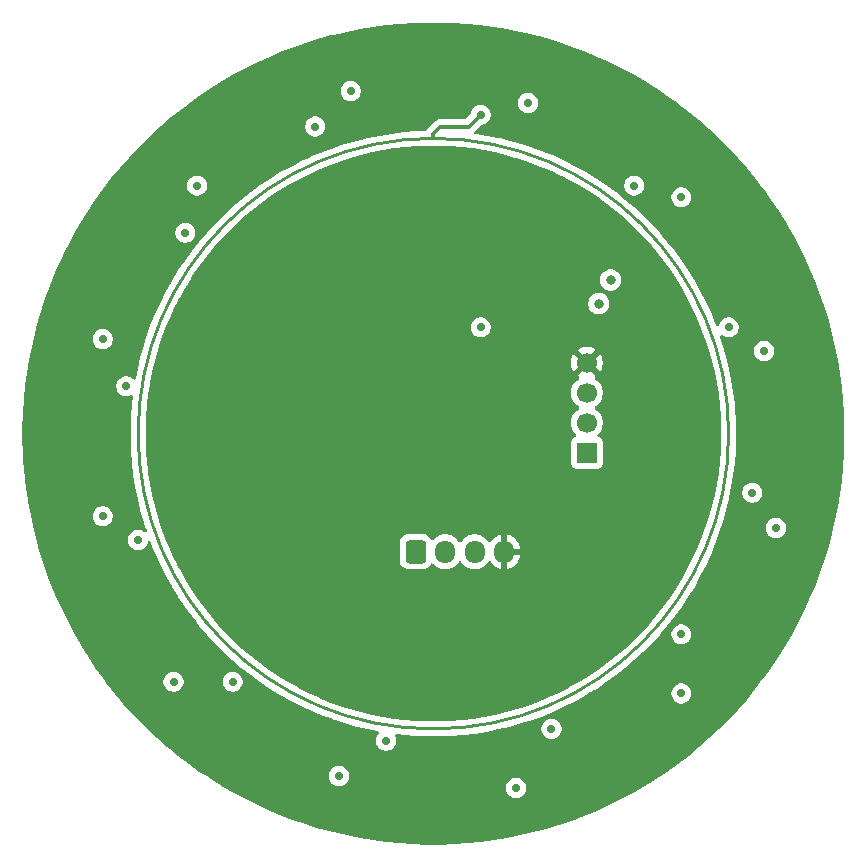
<source format=gbr>
%TF.GenerationSoftware,KiCad,Pcbnew,9.0.6*%
%TF.CreationDate,2026-02-24T16:40:53+01:00*%
%TF.ProjectId,MPC-Status,4d50432d-5374-4617-9475-732e6b696361,rev?*%
%TF.SameCoordinates,Original*%
%TF.FileFunction,Copper,L3,Inr*%
%TF.FilePolarity,Positive*%
%FSLAX46Y46*%
G04 Gerber Fmt 4.6, Leading zero omitted, Abs format (unit mm)*
G04 Created by KiCad (PCBNEW 9.0.6) date 2026-02-24 16:40:53*
%MOMM*%
%LPD*%
G01*
G04 APERTURE LIST*
G04 Aperture macros list*
%AMRoundRect*
0 Rectangle with rounded corners*
0 $1 Rounding radius*
0 $2 $3 $4 $5 $6 $7 $8 $9 X,Y pos of 4 corners*
0 Add a 4 corners polygon primitive as box body*
4,1,4,$2,$3,$4,$5,$6,$7,$8,$9,$2,$3,0*
0 Add four circle primitives for the rounded corners*
1,1,$1+$1,$2,$3*
1,1,$1+$1,$4,$5*
1,1,$1+$1,$6,$7*
1,1,$1+$1,$8,$9*
0 Add four rect primitives between the rounded corners*
20,1,$1+$1,$2,$3,$4,$5,0*
20,1,$1+$1,$4,$5,$6,$7,0*
20,1,$1+$1,$6,$7,$8,$9,0*
20,1,$1+$1,$8,$9,$2,$3,0*%
G04 Aperture macros list end*
%TA.AperFunction,Conductor*%
%ADD10C,0.254000*%
%TD*%
%TA.AperFunction,ComponentPad*%
%ADD11R,1.700000X1.700000*%
%TD*%
%TA.AperFunction,ComponentPad*%
%ADD12C,1.700000*%
%TD*%
%TA.AperFunction,ComponentPad*%
%ADD13RoundRect,0.250000X-0.600000X-0.725000X0.600000X-0.725000X0.600000X0.725000X-0.600000X0.725000X0*%
%TD*%
%TA.AperFunction,ComponentPad*%
%ADD14O,1.700000X1.950000*%
%TD*%
%TA.AperFunction,ViaPad*%
%ADD15C,0.800000*%
%TD*%
%TA.AperFunction,ViaPad*%
%ADD16C,0.700000*%
%TD*%
%TA.AperFunction,Conductor*%
%ADD17C,0.300000*%
%TD*%
G04 APERTURE END LIST*
D10*
%TO.N,GND*%
X175000000Y-105000000D02*
G75*
G02*
X125000000Y-105000000I-25000000J0D01*
G01*
X125000000Y-105000000D02*
G75*
G02*
X175000000Y-105000000I25000000J0D01*
G01*
%TD*%
D11*
%TO.N,GND*%
%TO.C,J1*%
X163000000Y-106620000D03*
D12*
%TO.N,Reset*%
X163000000Y-104080000D03*
%TO.N,Programmierpin*%
X163000000Y-101540000D03*
%TO.N,+5V*%
X163000000Y-99000000D03*
%TD*%
D13*
%TO.N,GND*%
%TO.C,J2*%
X148500000Y-115000000D03*
D14*
%TO.N,I2C_SDA*%
X151000000Y-115000000D03*
%TO.N,I2C_SCL*%
X153500000Y-115000000D03*
%TO.N,+5V*%
X156000000Y-115000000D03*
%TD*%
D15*
%TO.N,+5VD*%
X157000000Y-74000000D03*
X156000000Y-75000000D03*
X158000000Y-73000000D03*
%TO.N,GND*%
X165000000Y-92000000D03*
X164000000Y-94000000D03*
%TO.N,+5V*%
X153000000Y-86000000D03*
X155000000Y-88000000D03*
D16*
X150000000Y-96000000D03*
%TO.N,GND*%
X130000000Y-84000000D03*
X133000000Y-126000000D03*
X160000000Y-130000000D03*
X125000000Y-114000000D03*
X124000000Y-101000000D03*
X140000000Y-79000000D03*
X143000000Y-76000000D03*
X158000000Y-77000000D03*
X142000000Y-134000000D03*
X157000000Y-135000000D03*
X167000000Y-84000000D03*
X154000000Y-78000000D03*
X171000000Y-85000000D03*
X129000000Y-88000000D03*
X122000000Y-97000000D03*
X154000000Y-96000000D03*
X128000000Y-126000000D03*
X179000000Y-113000000D03*
X171000000Y-127000000D03*
X178000000Y-98000000D03*
X175000000Y-96000000D03*
X177000000Y-110000000D03*
X171000000Y-122000000D03*
X146000000Y-131000000D03*
X122000000Y-112000000D03*
%TO.N,+5VD*%
X162000000Y-74000000D03*
X176000000Y-84000000D03*
X119000000Y-92000000D03*
X145000000Y-72000000D03*
X137000000Y-136000000D03*
X123000000Y-125000000D03*
X117000000Y-109000000D03*
X129000000Y-79000000D03*
X154000000Y-138000000D03*
X170000000Y-132000000D03*
X183000000Y-100000000D03*
X181000000Y-118000000D03*
%TD*%
D17*
%TO.N,GND*%
X150000000Y-79600000D02*
X150000000Y-80000000D01*
X150600000Y-79000000D02*
X150000000Y-79600000D01*
X153000000Y-79000000D02*
X150600000Y-79000000D01*
X154000000Y-78000000D02*
X153000000Y-79000000D01*
%TD*%
%TA.AperFunction,Conductor*%
%TO.N,+5VD*%
G36*
X150571396Y-70205224D02*
G01*
X151705528Y-70242352D01*
X151709523Y-70242548D01*
X152841843Y-70316764D01*
X152845881Y-70317095D01*
X153975167Y-70428320D01*
X153979099Y-70428773D01*
X155104146Y-70576888D01*
X155108113Y-70577476D01*
X156227738Y-70762327D01*
X156231680Y-70763045D01*
X157344615Y-70984421D01*
X157348490Y-70985258D01*
X158287811Y-71204276D01*
X158453607Y-71242935D01*
X158457543Y-71243921D01*
X158935911Y-71372099D01*
X159553617Y-71537612D01*
X159557443Y-71538705D01*
X160643383Y-71868122D01*
X160647166Y-71869337D01*
X161721683Y-72234087D01*
X161725492Y-72235450D01*
X162787461Y-72635147D01*
X162791230Y-72636636D01*
X163839591Y-73070880D01*
X163843279Y-73072479D01*
X164069246Y-73174864D01*
X164876858Y-73540789D01*
X164880526Y-73542524D01*
X165898211Y-74044390D01*
X165901820Y-74046244D01*
X166902554Y-74581147D01*
X166906051Y-74583090D01*
X167888778Y-75150468D01*
X167892230Y-75152538D01*
X168383193Y-75457838D01*
X168855826Y-75751740D01*
X168859228Y-75753933D01*
X169735403Y-76339374D01*
X169802716Y-76384351D01*
X169806052Y-76386660D01*
X170728387Y-77047597D01*
X170731646Y-77050014D01*
X171631866Y-77740777D01*
X171635045Y-77743300D01*
X171725842Y-77817815D01*
X172512200Y-78463162D01*
X172515257Y-78465755D01*
X172916704Y-78817815D01*
X173368399Y-79213941D01*
X173371405Y-79216666D01*
X174199573Y-79992330D01*
X174202489Y-79995152D01*
X175004847Y-80797510D01*
X175007669Y-80800426D01*
X175783333Y-81628594D01*
X175786058Y-81631600D01*
X176534228Y-82484724D01*
X176536842Y-82487805D01*
X176896776Y-82926386D01*
X177256699Y-83364954D01*
X177259222Y-83368133D01*
X177949985Y-84268353D01*
X177952402Y-84271612D01*
X178613339Y-85193947D01*
X178615648Y-85197283D01*
X179246060Y-86140762D01*
X179248259Y-86144173D01*
X179847453Y-87107755D01*
X179849539Y-87111235D01*
X179920692Y-87234476D01*
X180347419Y-87973589D01*
X180416895Y-88093924D01*
X180418866Y-88097471D01*
X180953755Y-89098179D01*
X180955609Y-89101788D01*
X181457475Y-90119473D01*
X181459210Y-90123141D01*
X181927512Y-91156703D01*
X181929126Y-91160426D01*
X182363361Y-92208764D01*
X182364852Y-92212538D01*
X182764549Y-93274507D01*
X182765916Y-93278327D01*
X183130645Y-94352783D01*
X183131887Y-94356647D01*
X183461281Y-95442511D01*
X183462395Y-95446413D01*
X183756078Y-96542456D01*
X183757064Y-96546392D01*
X184014731Y-97651464D01*
X184015587Y-97655430D01*
X184236949Y-98768294D01*
X184237676Y-98772286D01*
X184422519Y-99891863D01*
X184423114Y-99895877D01*
X184571220Y-101020851D01*
X184571684Y-101024882D01*
X184682903Y-102154115D01*
X184683235Y-102158159D01*
X184757449Y-103290447D01*
X184757648Y-103294500D01*
X184794776Y-104428603D01*
X184794842Y-104432660D01*
X184794842Y-105567339D01*
X184794776Y-105571396D01*
X184757648Y-106705499D01*
X184757449Y-106709552D01*
X184683235Y-107841840D01*
X184682903Y-107845884D01*
X184571684Y-108975117D01*
X184571220Y-108979148D01*
X184423114Y-110104122D01*
X184422519Y-110108136D01*
X184237676Y-111227713D01*
X184236949Y-111231705D01*
X184015587Y-112344569D01*
X184014731Y-112348535D01*
X183757064Y-113453607D01*
X183756078Y-113457543D01*
X183462395Y-114553586D01*
X183461281Y-114557488D01*
X183131887Y-115643352D01*
X183130645Y-115647216D01*
X182765916Y-116721672D01*
X182764549Y-116725492D01*
X182364852Y-117787461D01*
X182363361Y-117791235D01*
X181929126Y-118839573D01*
X181927512Y-118843296D01*
X181459210Y-119876858D01*
X181457475Y-119880526D01*
X180955609Y-120898211D01*
X180953755Y-120901820D01*
X180418866Y-121902528D01*
X180416895Y-121906075D01*
X179849539Y-122888764D01*
X179847453Y-122892244D01*
X179248259Y-123855826D01*
X179246060Y-123859237D01*
X178615648Y-124802716D01*
X178613339Y-124806052D01*
X177952402Y-125728387D01*
X177949985Y-125731646D01*
X177259222Y-126631866D01*
X177256699Y-126635045D01*
X176536853Y-127512181D01*
X176534228Y-127515275D01*
X175786058Y-128368399D01*
X175783333Y-128371405D01*
X175007669Y-129199573D01*
X175004847Y-129202489D01*
X174202489Y-130004847D01*
X174199573Y-130007669D01*
X173371405Y-130783333D01*
X173368399Y-130786058D01*
X172515275Y-131534228D01*
X172512181Y-131536853D01*
X171635045Y-132256699D01*
X171631866Y-132259222D01*
X170731646Y-132949985D01*
X170728387Y-132952402D01*
X169806052Y-133613339D01*
X169802716Y-133615648D01*
X168859237Y-134246060D01*
X168855826Y-134248259D01*
X167892244Y-134847453D01*
X167888764Y-134849539D01*
X166906075Y-135416895D01*
X166902528Y-135418866D01*
X165901820Y-135953755D01*
X165898211Y-135955609D01*
X164880526Y-136457475D01*
X164876858Y-136459210D01*
X163843296Y-136927512D01*
X163839573Y-136929126D01*
X162791235Y-137363361D01*
X162787461Y-137364852D01*
X161725492Y-137764549D01*
X161721672Y-137765916D01*
X160647216Y-138130645D01*
X160643352Y-138131887D01*
X159557488Y-138461281D01*
X159553586Y-138462395D01*
X158457543Y-138756078D01*
X158453607Y-138757064D01*
X157348535Y-139014731D01*
X157344569Y-139015587D01*
X156231705Y-139236949D01*
X156227713Y-139237676D01*
X155108136Y-139422519D01*
X155104122Y-139423114D01*
X153979148Y-139571220D01*
X153975117Y-139571684D01*
X152845884Y-139682903D01*
X152841840Y-139683235D01*
X151709552Y-139757449D01*
X151705499Y-139757648D01*
X150571396Y-139794776D01*
X150567339Y-139794842D01*
X149432661Y-139794842D01*
X149428604Y-139794776D01*
X148294500Y-139757648D01*
X148290447Y-139757449D01*
X147158159Y-139683235D01*
X147154115Y-139682903D01*
X146024882Y-139571684D01*
X146020851Y-139571220D01*
X144895877Y-139423114D01*
X144891863Y-139422519D01*
X143772286Y-139237676D01*
X143768294Y-139236949D01*
X142655430Y-139015587D01*
X142651464Y-139014731D01*
X141546392Y-138757064D01*
X141542456Y-138756078D01*
X140446413Y-138462395D01*
X140442511Y-138461281D01*
X139356647Y-138131887D01*
X139352796Y-138130649D01*
X138980562Y-138004292D01*
X138278327Y-137765916D01*
X138274507Y-137764549D01*
X137212538Y-137364852D01*
X137208764Y-137363361D01*
X136160426Y-136929126D01*
X136156703Y-136927512D01*
X135123141Y-136459210D01*
X135119473Y-136457475D01*
X134101788Y-135955609D01*
X134098179Y-135953755D01*
X133097471Y-135418866D01*
X133093924Y-135416895D01*
X132226744Y-134916228D01*
X156149500Y-134916228D01*
X156149500Y-135083771D01*
X156182182Y-135248074D01*
X156182184Y-135248082D01*
X156246295Y-135402860D01*
X156339373Y-135542162D01*
X156457837Y-135660626D01*
X156550494Y-135722537D01*
X156597137Y-135753703D01*
X156751918Y-135817816D01*
X156916228Y-135850499D01*
X156916232Y-135850500D01*
X156916233Y-135850500D01*
X157083768Y-135850500D01*
X157083769Y-135850499D01*
X157248082Y-135817816D01*
X157402863Y-135753703D01*
X157542162Y-135660626D01*
X157660626Y-135542162D01*
X157753703Y-135402863D01*
X157817816Y-135248082D01*
X157850500Y-135083767D01*
X157850500Y-134916233D01*
X157817816Y-134751918D01*
X157753703Y-134597137D01*
X157716970Y-134542162D01*
X157660626Y-134457837D01*
X157542162Y-134339373D01*
X157402860Y-134246295D01*
X157248082Y-134182184D01*
X157248074Y-134182182D01*
X157083771Y-134149500D01*
X157083767Y-134149500D01*
X156916233Y-134149500D01*
X156916228Y-134149500D01*
X156751925Y-134182182D01*
X156751917Y-134182184D01*
X156597139Y-134246295D01*
X156457837Y-134339373D01*
X156339373Y-134457837D01*
X156246295Y-134597139D01*
X156182184Y-134751917D01*
X156182182Y-134751925D01*
X156149500Y-134916228D01*
X132226744Y-134916228D01*
X132111235Y-134849539D01*
X132107755Y-134847453D01*
X131144173Y-134248259D01*
X131140762Y-134246060D01*
X130792326Y-134013243D01*
X130647133Y-133916228D01*
X141149500Y-133916228D01*
X141149500Y-134083771D01*
X141182182Y-134248074D01*
X141182184Y-134248082D01*
X141246295Y-134402860D01*
X141339373Y-134542162D01*
X141457837Y-134660626D01*
X141550494Y-134722537D01*
X141597137Y-134753703D01*
X141751918Y-134817816D01*
X141900915Y-134847453D01*
X141916228Y-134850499D01*
X141916232Y-134850500D01*
X141916233Y-134850500D01*
X142083768Y-134850500D01*
X142083769Y-134850499D01*
X142248082Y-134817816D01*
X142402863Y-134753703D01*
X142542162Y-134660626D01*
X142660626Y-134542162D01*
X142753703Y-134402863D01*
X142817816Y-134248082D01*
X142850500Y-134083767D01*
X142850500Y-133916233D01*
X142817816Y-133751918D01*
X142753703Y-133597137D01*
X142722537Y-133550494D01*
X142660626Y-133457837D01*
X142542162Y-133339373D01*
X142402860Y-133246295D01*
X142248082Y-133182184D01*
X142248074Y-133182182D01*
X142083771Y-133149500D01*
X142083767Y-133149500D01*
X141916233Y-133149500D01*
X141916228Y-133149500D01*
X141751925Y-133182182D01*
X141751917Y-133182184D01*
X141597139Y-133246295D01*
X141457837Y-133339373D01*
X141339373Y-133457837D01*
X141246295Y-133597139D01*
X141182184Y-133751917D01*
X141182182Y-133751925D01*
X141149500Y-133916228D01*
X130647133Y-133916228D01*
X130197283Y-133615648D01*
X130193947Y-133613339D01*
X129271612Y-132952402D01*
X129268353Y-132949985D01*
X128368133Y-132259222D01*
X128364954Y-132256699D01*
X127926386Y-131896776D01*
X127487805Y-131536842D01*
X127484724Y-131534228D01*
X126631600Y-130786058D01*
X126628594Y-130783333D01*
X125800426Y-130007669D01*
X125797510Y-130004847D01*
X124995152Y-129202489D01*
X124992330Y-129199573D01*
X124216666Y-128371405D01*
X124213941Y-128368399D01*
X123759755Y-127850499D01*
X123465755Y-127515257D01*
X123463162Y-127512200D01*
X122743300Y-126635045D01*
X122740777Y-126631866D01*
X122320209Y-126083771D01*
X122191649Y-125916228D01*
X127149500Y-125916228D01*
X127149500Y-126083771D01*
X127182182Y-126248074D01*
X127182184Y-126248082D01*
X127246295Y-126402860D01*
X127339373Y-126542162D01*
X127457837Y-126660626D01*
X127550494Y-126722537D01*
X127597137Y-126753703D01*
X127751918Y-126817816D01*
X127916228Y-126850499D01*
X127916232Y-126850500D01*
X127916233Y-126850500D01*
X128083768Y-126850500D01*
X128083769Y-126850499D01*
X128248082Y-126817816D01*
X128402863Y-126753703D01*
X128542162Y-126660626D01*
X128660626Y-126542162D01*
X128753703Y-126402863D01*
X128817816Y-126248082D01*
X128850500Y-126083767D01*
X128850500Y-125916233D01*
X128850499Y-125916228D01*
X132149500Y-125916228D01*
X132149500Y-126083771D01*
X132182182Y-126248074D01*
X132182184Y-126248082D01*
X132246295Y-126402860D01*
X132339373Y-126542162D01*
X132457837Y-126660626D01*
X132550494Y-126722537D01*
X132597137Y-126753703D01*
X132751918Y-126817816D01*
X132916228Y-126850499D01*
X132916232Y-126850500D01*
X132916233Y-126850500D01*
X133083768Y-126850500D01*
X133083769Y-126850499D01*
X133248082Y-126817816D01*
X133402863Y-126753703D01*
X133542162Y-126660626D01*
X133660626Y-126542162D01*
X133753703Y-126402863D01*
X133817816Y-126248082D01*
X133850500Y-126083767D01*
X133850500Y-125916233D01*
X133817816Y-125751918D01*
X133753703Y-125597137D01*
X133722537Y-125550494D01*
X133660626Y-125457837D01*
X133542162Y-125339373D01*
X133402860Y-125246295D01*
X133248082Y-125182184D01*
X133248074Y-125182182D01*
X133083771Y-125149500D01*
X133083767Y-125149500D01*
X132916233Y-125149500D01*
X132916228Y-125149500D01*
X132751925Y-125182182D01*
X132751917Y-125182184D01*
X132597139Y-125246295D01*
X132457837Y-125339373D01*
X132339373Y-125457837D01*
X132246295Y-125597139D01*
X132182184Y-125751917D01*
X132182182Y-125751925D01*
X132149500Y-125916228D01*
X128850499Y-125916228D01*
X128817816Y-125751918D01*
X128753703Y-125597137D01*
X128722537Y-125550494D01*
X128660626Y-125457837D01*
X128542162Y-125339373D01*
X128402860Y-125246295D01*
X128248082Y-125182184D01*
X128248074Y-125182182D01*
X128083771Y-125149500D01*
X128083767Y-125149500D01*
X127916233Y-125149500D01*
X127916228Y-125149500D01*
X127751925Y-125182182D01*
X127751917Y-125182184D01*
X127597139Y-125246295D01*
X127457837Y-125339373D01*
X127339373Y-125457837D01*
X127246295Y-125597139D01*
X127182184Y-125751917D01*
X127182182Y-125751925D01*
X127149500Y-125916228D01*
X122191649Y-125916228D01*
X122111310Y-125811529D01*
X122050014Y-125731646D01*
X122047597Y-125728387D01*
X121386660Y-124806052D01*
X121384351Y-124802716D01*
X120753939Y-123859237D01*
X120751740Y-123855826D01*
X120516318Y-123477237D01*
X120152538Y-122892230D01*
X120150460Y-122888764D01*
X119583090Y-121906051D01*
X119581147Y-121902554D01*
X119046244Y-120901820D01*
X119044390Y-120898211D01*
X118542524Y-119880526D01*
X118540789Y-119876858D01*
X118072487Y-118843296D01*
X118070873Y-118839573D01*
X117636638Y-117791235D01*
X117635147Y-117787461D01*
X117235450Y-116725492D01*
X117234083Y-116721672D01*
X116869337Y-115647166D01*
X116868122Y-115643383D01*
X116538705Y-114557443D01*
X116537612Y-114553617D01*
X116340456Y-113817817D01*
X116243921Y-113457543D01*
X116242935Y-113453607D01*
X116179648Y-113182184D01*
X115985258Y-112348490D01*
X115984421Y-112344615D01*
X115899210Y-111916228D01*
X121149500Y-111916228D01*
X121149500Y-112083771D01*
X121182182Y-112248074D01*
X121182184Y-112248082D01*
X121246295Y-112402860D01*
X121339373Y-112542162D01*
X121457837Y-112660626D01*
X121550494Y-112722537D01*
X121597137Y-112753703D01*
X121751918Y-112817816D01*
X121916228Y-112850499D01*
X121916232Y-112850500D01*
X121916233Y-112850500D01*
X122083768Y-112850500D01*
X122083769Y-112850499D01*
X122248082Y-112817816D01*
X122402863Y-112753703D01*
X122542162Y-112660626D01*
X122660626Y-112542162D01*
X122753703Y-112402863D01*
X122817816Y-112248082D01*
X122850500Y-112083767D01*
X122850500Y-111916233D01*
X122817816Y-111751918D01*
X122753703Y-111597137D01*
X122722537Y-111550494D01*
X122660626Y-111457837D01*
X122542162Y-111339373D01*
X122402860Y-111246295D01*
X122248082Y-111182184D01*
X122248074Y-111182182D01*
X122083771Y-111149500D01*
X122083767Y-111149500D01*
X121916233Y-111149500D01*
X121916228Y-111149500D01*
X121751925Y-111182182D01*
X121751917Y-111182184D01*
X121597139Y-111246295D01*
X121457837Y-111339373D01*
X121339373Y-111457837D01*
X121246295Y-111597139D01*
X121182184Y-111751917D01*
X121182182Y-111751925D01*
X121149500Y-111916228D01*
X115899210Y-111916228D01*
X115763045Y-111231680D01*
X115762323Y-111227713D01*
X115754806Y-111182184D01*
X115577476Y-110108113D01*
X115576885Y-110104122D01*
X115574206Y-110083771D01*
X115428773Y-108979099D01*
X115428320Y-108975167D01*
X115317095Y-107845881D01*
X115316764Y-107841840D01*
X115295173Y-107512419D01*
X115242548Y-106709523D01*
X115242351Y-106705499D01*
X115235918Y-106509002D01*
X115205224Y-105571396D01*
X115205158Y-105567339D01*
X115205158Y-104432660D01*
X115205224Y-104428603D01*
X115235918Y-103491015D01*
X115242352Y-103294468D01*
X115242548Y-103290479D01*
X115316764Y-102158151D01*
X115317096Y-102154115D01*
X115343347Y-101887584D01*
X115428321Y-101024825D01*
X115428772Y-101020907D01*
X115442553Y-100916228D01*
X123149500Y-100916228D01*
X123149500Y-101083771D01*
X123182182Y-101248074D01*
X123182184Y-101248082D01*
X123246295Y-101402860D01*
X123339373Y-101542162D01*
X123457837Y-101660626D01*
X123550494Y-101722537D01*
X123597137Y-101753703D01*
X123751918Y-101817816D01*
X123875220Y-101842342D01*
X123916228Y-101850499D01*
X123916232Y-101850500D01*
X123916233Y-101850500D01*
X124083768Y-101850500D01*
X124083769Y-101850499D01*
X124248082Y-101817816D01*
X124391408Y-101758447D01*
X124460875Y-101750979D01*
X124523354Y-101782254D01*
X124559007Y-101842342D01*
X124562000Y-101887584D01*
X124490985Y-102487588D01*
X124412014Y-103491015D01*
X124372500Y-104496730D01*
X124372500Y-105503269D01*
X124412014Y-106508984D01*
X124490987Y-107512436D01*
X124609289Y-108511958D01*
X124766744Y-109506090D01*
X124963103Y-110493254D01*
X125198075Y-111471984D01*
X125328471Y-111934332D01*
X125471283Y-112440705D01*
X125625792Y-112916233D01*
X125714096Y-113188005D01*
X125716091Y-113257846D01*
X125680011Y-113317679D01*
X125617310Y-113348507D01*
X125547896Y-113340542D01*
X125527275Y-113329426D01*
X125420147Y-113257846D01*
X125402863Y-113246297D01*
X125402860Y-113246295D01*
X125402859Y-113246295D01*
X125248082Y-113182184D01*
X125248074Y-113182182D01*
X125083771Y-113149500D01*
X125083767Y-113149500D01*
X124916233Y-113149500D01*
X124916228Y-113149500D01*
X124751925Y-113182182D01*
X124751917Y-113182184D01*
X124597139Y-113246295D01*
X124457837Y-113339373D01*
X124339373Y-113457837D01*
X124246295Y-113597139D01*
X124182184Y-113751917D01*
X124182182Y-113751925D01*
X124149500Y-113916228D01*
X124149500Y-114083771D01*
X124182182Y-114248074D01*
X124182184Y-114248082D01*
X124246295Y-114402860D01*
X124339373Y-114542162D01*
X124457837Y-114660626D01*
X124550494Y-114722537D01*
X124597137Y-114753703D01*
X124751918Y-114817816D01*
X124916228Y-114850499D01*
X124916232Y-114850500D01*
X124916233Y-114850500D01*
X125083768Y-114850500D01*
X125083769Y-114850499D01*
X125248082Y-114817816D01*
X125402863Y-114753703D01*
X125542162Y-114660626D01*
X125660626Y-114542162D01*
X125753703Y-114402863D01*
X125817816Y-114248082D01*
X125829468Y-114189501D01*
X125861852Y-114127593D01*
X125922567Y-114093018D01*
X125992337Y-114096757D01*
X126049009Y-114137623D01*
X126067421Y-114170776D01*
X126130688Y-114342269D01*
X126301109Y-114753703D01*
X126515866Y-115272171D01*
X126937255Y-116186234D01*
X127394205Y-117083049D01*
X127873268Y-117938477D01*
X127886020Y-117961247D01*
X128359584Y-118734033D01*
X128411916Y-118819431D01*
X128971108Y-119656321D01*
X129562725Y-120470612D01*
X129899817Y-120898211D01*
X130185854Y-121261047D01*
X130839540Y-122026415D01*
X131316292Y-122542162D01*
X131511839Y-122753704D01*
X131522765Y-122765523D01*
X132234476Y-123477234D01*
X132973584Y-124160459D01*
X132973589Y-124160463D01*
X133738952Y-124814145D01*
X134529388Y-125437275D01*
X135343679Y-126028892D01*
X136180569Y-126588084D01*
X137038767Y-127113988D01*
X137916951Y-127605795D01*
X138813766Y-128062745D01*
X139727829Y-128484134D01*
X140657731Y-128869312D01*
X141324890Y-129115439D01*
X141602041Y-129217686D01*
X141690091Y-129246295D01*
X142559295Y-129528717D01*
X143528025Y-129801927D01*
X144506733Y-130036894D01*
X145324805Y-130199618D01*
X145386715Y-130232003D01*
X145421289Y-130292718D01*
X145417550Y-130362488D01*
X145388295Y-130408915D01*
X145339373Y-130457837D01*
X145246295Y-130597139D01*
X145182184Y-130751917D01*
X145182182Y-130751925D01*
X145149500Y-130916228D01*
X145149500Y-131083771D01*
X145182182Y-131248074D01*
X145182184Y-131248082D01*
X145246295Y-131402860D01*
X145339373Y-131542162D01*
X145457837Y-131660626D01*
X145550494Y-131722537D01*
X145597137Y-131753703D01*
X145751918Y-131817816D01*
X145888246Y-131844933D01*
X145916228Y-131850499D01*
X145916232Y-131850500D01*
X145916233Y-131850500D01*
X146083768Y-131850500D01*
X146083769Y-131850499D01*
X146248082Y-131817816D01*
X146402863Y-131753703D01*
X146542162Y-131660626D01*
X146660626Y-131542162D01*
X146753703Y-131402863D01*
X146817816Y-131248082D01*
X146850500Y-131083767D01*
X146850500Y-130916233D01*
X146817816Y-130751918D01*
X146758448Y-130608592D01*
X146750979Y-130539123D01*
X146782254Y-130476643D01*
X146842343Y-130440991D01*
X146887583Y-130437999D01*
X147055201Y-130457838D01*
X147487563Y-130509012D01*
X147487566Y-130509012D01*
X147487581Y-130509014D01*
X148490998Y-130587984D01*
X148491006Y-130587984D01*
X148491015Y-130587985D01*
X149496731Y-130627500D01*
X149496741Y-130627500D01*
X150503269Y-130627500D01*
X151508984Y-130587985D01*
X151508991Y-130587984D01*
X151509002Y-130587984D01*
X152512419Y-130509014D01*
X153511961Y-130390710D01*
X154506088Y-130233256D01*
X155493267Y-130036894D01*
X155995877Y-129916228D01*
X159149500Y-129916228D01*
X159149500Y-130083771D01*
X159182182Y-130248074D01*
X159182184Y-130248082D01*
X159246295Y-130402860D01*
X159339373Y-130542162D01*
X159457837Y-130660626D01*
X159550494Y-130722537D01*
X159597137Y-130753703D01*
X159751918Y-130817816D01*
X159916228Y-130850499D01*
X159916232Y-130850500D01*
X159916233Y-130850500D01*
X160083768Y-130850500D01*
X160083769Y-130850499D01*
X160248082Y-130817816D01*
X160402863Y-130753703D01*
X160542162Y-130660626D01*
X160660626Y-130542162D01*
X160753703Y-130402863D01*
X160817816Y-130248082D01*
X160850500Y-130083767D01*
X160850500Y-129916233D01*
X160817816Y-129751918D01*
X160753703Y-129597137D01*
X160707986Y-129528717D01*
X160660626Y-129457837D01*
X160542162Y-129339373D01*
X160402860Y-129246295D01*
X160248082Y-129182184D01*
X160248074Y-129182182D01*
X160083771Y-129149500D01*
X160083767Y-129149500D01*
X159916233Y-129149500D01*
X159916228Y-129149500D01*
X159751925Y-129182182D01*
X159751917Y-129182184D01*
X159597139Y-129246295D01*
X159457837Y-129339373D01*
X159339373Y-129457837D01*
X159246295Y-129597139D01*
X159182184Y-129751917D01*
X159182182Y-129751925D01*
X159149500Y-129916228D01*
X155995877Y-129916228D01*
X156471975Y-129801927D01*
X157440705Y-129528717D01*
X158397961Y-129217685D01*
X159342269Y-128869312D01*
X160272171Y-128484134D01*
X161186234Y-128062745D01*
X162083049Y-127605795D01*
X162961233Y-127113988D01*
X163283948Y-126916228D01*
X170149500Y-126916228D01*
X170149500Y-127083771D01*
X170182182Y-127248074D01*
X170182184Y-127248082D01*
X170246295Y-127402860D01*
X170339373Y-127542162D01*
X170457837Y-127660626D01*
X170550494Y-127722537D01*
X170597137Y-127753703D01*
X170751918Y-127817816D01*
X170916228Y-127850499D01*
X170916232Y-127850500D01*
X170916233Y-127850500D01*
X171083768Y-127850500D01*
X171083769Y-127850499D01*
X171248082Y-127817816D01*
X171402863Y-127753703D01*
X171542162Y-127660626D01*
X171660626Y-127542162D01*
X171753703Y-127402863D01*
X171817816Y-127248082D01*
X171850500Y-127083767D01*
X171850500Y-126916233D01*
X171817816Y-126751918D01*
X171753703Y-126597137D01*
X171716970Y-126542162D01*
X171660626Y-126457837D01*
X171542162Y-126339373D01*
X171402860Y-126246295D01*
X171248082Y-126182184D01*
X171248074Y-126182182D01*
X171083771Y-126149500D01*
X171083767Y-126149500D01*
X170916233Y-126149500D01*
X170916228Y-126149500D01*
X170751925Y-126182182D01*
X170751917Y-126182184D01*
X170597139Y-126246295D01*
X170457837Y-126339373D01*
X170339373Y-126457837D01*
X170246295Y-126597139D01*
X170182184Y-126751917D01*
X170182182Y-126751925D01*
X170149500Y-126916228D01*
X163283948Y-126916228D01*
X163391207Y-126850500D01*
X163466413Y-126804414D01*
X163573021Y-126739083D01*
X163819431Y-126588084D01*
X164656321Y-126028892D01*
X165470612Y-125437275D01*
X166261048Y-124814145D01*
X167026411Y-124160463D01*
X167765521Y-123477237D01*
X168477237Y-122765521D01*
X169160463Y-122026411D01*
X169254568Y-121916228D01*
X170149500Y-121916228D01*
X170149500Y-122083771D01*
X170182182Y-122248074D01*
X170182184Y-122248082D01*
X170246295Y-122402860D01*
X170339373Y-122542162D01*
X170457837Y-122660626D01*
X170550494Y-122722537D01*
X170597137Y-122753703D01*
X170751918Y-122817816D01*
X170916228Y-122850499D01*
X170916232Y-122850500D01*
X170916233Y-122850500D01*
X171083768Y-122850500D01*
X171083769Y-122850499D01*
X171248082Y-122817816D01*
X171402863Y-122753703D01*
X171542162Y-122660626D01*
X171660626Y-122542162D01*
X171753703Y-122402863D01*
X171817816Y-122248082D01*
X171850500Y-122083767D01*
X171850500Y-121916233D01*
X171817816Y-121751918D01*
X171753703Y-121597137D01*
X171722537Y-121550494D01*
X171660626Y-121457837D01*
X171542162Y-121339373D01*
X171402860Y-121246295D01*
X171248082Y-121182184D01*
X171248074Y-121182182D01*
X171083771Y-121149500D01*
X171083767Y-121149500D01*
X170916233Y-121149500D01*
X170916228Y-121149500D01*
X170751925Y-121182182D01*
X170751917Y-121182184D01*
X170597139Y-121246295D01*
X170457837Y-121339373D01*
X170339373Y-121457837D01*
X170246295Y-121597139D01*
X170182184Y-121751917D01*
X170182182Y-121751925D01*
X170149500Y-121916228D01*
X169254568Y-121916228D01*
X169814145Y-121261048D01*
X170437275Y-120470612D01*
X171028892Y-119656321D01*
X171588084Y-118819431D01*
X172113988Y-117961233D01*
X172605795Y-117083049D01*
X173062745Y-116186234D01*
X173484134Y-115272171D01*
X173869312Y-114342269D01*
X174217685Y-113397961D01*
X174374210Y-112916228D01*
X178149500Y-112916228D01*
X178149500Y-113083771D01*
X178182182Y-113248074D01*
X178182184Y-113248082D01*
X178246295Y-113402860D01*
X178339373Y-113542162D01*
X178457837Y-113660626D01*
X178550494Y-113722537D01*
X178597137Y-113753703D01*
X178751918Y-113817816D01*
X178916228Y-113850499D01*
X178916232Y-113850500D01*
X178916233Y-113850500D01*
X179083768Y-113850500D01*
X179083769Y-113850499D01*
X179248082Y-113817816D01*
X179402863Y-113753703D01*
X179542162Y-113660626D01*
X179660626Y-113542162D01*
X179753703Y-113402863D01*
X179817816Y-113248082D01*
X179850500Y-113083767D01*
X179850500Y-112916233D01*
X179817816Y-112751918D01*
X179753703Y-112597137D01*
X179716970Y-112542162D01*
X179660626Y-112457837D01*
X179542162Y-112339373D01*
X179402860Y-112246295D01*
X179248082Y-112182184D01*
X179248074Y-112182182D01*
X179083771Y-112149500D01*
X179083767Y-112149500D01*
X178916233Y-112149500D01*
X178916228Y-112149500D01*
X178751925Y-112182182D01*
X178751917Y-112182184D01*
X178597139Y-112246295D01*
X178457837Y-112339373D01*
X178339373Y-112457837D01*
X178246295Y-112597139D01*
X178182184Y-112751917D01*
X178182182Y-112751925D01*
X178149500Y-112916228D01*
X174374210Y-112916228D01*
X174528717Y-112440705D01*
X174801927Y-111471975D01*
X175036894Y-110493267D01*
X175151674Y-109916228D01*
X176149500Y-109916228D01*
X176149500Y-110083771D01*
X176182182Y-110248074D01*
X176182184Y-110248082D01*
X176246295Y-110402860D01*
X176339373Y-110542162D01*
X176457837Y-110660626D01*
X176550494Y-110722537D01*
X176597137Y-110753703D01*
X176751918Y-110817816D01*
X176916228Y-110850499D01*
X176916232Y-110850500D01*
X176916233Y-110850500D01*
X177083768Y-110850500D01*
X177083769Y-110850499D01*
X177248082Y-110817816D01*
X177402863Y-110753703D01*
X177542162Y-110660626D01*
X177660626Y-110542162D01*
X177753703Y-110402863D01*
X177817816Y-110248082D01*
X177850500Y-110083767D01*
X177850500Y-109916233D01*
X177817816Y-109751918D01*
X177753703Y-109597137D01*
X177692866Y-109506088D01*
X177660626Y-109457837D01*
X177542162Y-109339373D01*
X177402860Y-109246295D01*
X177248082Y-109182184D01*
X177248074Y-109182182D01*
X177083771Y-109149500D01*
X177083767Y-109149500D01*
X176916233Y-109149500D01*
X176916228Y-109149500D01*
X176751925Y-109182182D01*
X176751917Y-109182184D01*
X176597139Y-109246295D01*
X176457837Y-109339373D01*
X176339373Y-109457837D01*
X176246295Y-109597139D01*
X176182184Y-109751917D01*
X176182182Y-109751925D01*
X176149500Y-109916228D01*
X175151674Y-109916228D01*
X175233256Y-109506088D01*
X175390710Y-108511961D01*
X175509014Y-107512419D01*
X175587984Y-106509002D01*
X175587985Y-106508984D01*
X175627500Y-105503269D01*
X175627500Y-104496730D01*
X175587985Y-103491015D01*
X175572519Y-103294500D01*
X175509014Y-102487581D01*
X175390710Y-101488039D01*
X175233256Y-100493912D01*
X175036894Y-99506733D01*
X174801927Y-98528025D01*
X174629382Y-97916228D01*
X177149500Y-97916228D01*
X177149500Y-98083771D01*
X177182182Y-98248074D01*
X177182184Y-98248082D01*
X177246295Y-98402860D01*
X177339373Y-98542162D01*
X177457837Y-98660626D01*
X177550494Y-98722537D01*
X177597137Y-98753703D01*
X177751918Y-98817816D01*
X177916228Y-98850499D01*
X177916232Y-98850500D01*
X177916233Y-98850500D01*
X178083768Y-98850500D01*
X178083769Y-98850499D01*
X178248082Y-98817816D01*
X178402863Y-98753703D01*
X178542162Y-98660626D01*
X178660626Y-98542162D01*
X178753703Y-98402863D01*
X178817816Y-98248082D01*
X178850500Y-98083767D01*
X178850500Y-97916233D01*
X178817816Y-97751918D01*
X178753703Y-97597137D01*
X178716970Y-97542162D01*
X178660626Y-97457837D01*
X178542162Y-97339373D01*
X178402860Y-97246295D01*
X178248082Y-97182184D01*
X178248074Y-97182182D01*
X178083771Y-97149500D01*
X178083767Y-97149500D01*
X177916233Y-97149500D01*
X177916228Y-97149500D01*
X177751925Y-97182182D01*
X177751917Y-97182184D01*
X177597139Y-97246295D01*
X177457837Y-97339373D01*
X177339373Y-97457837D01*
X177246295Y-97597139D01*
X177182184Y-97751917D01*
X177182182Y-97751925D01*
X177149500Y-97916228D01*
X174629382Y-97916228D01*
X174528717Y-97559295D01*
X174285902Y-96811991D01*
X174283908Y-96742153D01*
X174319988Y-96682320D01*
X174382689Y-96651492D01*
X174452103Y-96659457D01*
X174472724Y-96670573D01*
X174490305Y-96682320D01*
X174597137Y-96753703D01*
X174751918Y-96817816D01*
X174916228Y-96850499D01*
X174916232Y-96850500D01*
X174916233Y-96850500D01*
X175083768Y-96850500D01*
X175083769Y-96850499D01*
X175248082Y-96817816D01*
X175402863Y-96753703D01*
X175542162Y-96660626D01*
X175660626Y-96542162D01*
X175753703Y-96402863D01*
X175817816Y-96248082D01*
X175850500Y-96083767D01*
X175850500Y-95916233D01*
X175817816Y-95751918D01*
X175753703Y-95597137D01*
X175722537Y-95550494D01*
X175660626Y-95457837D01*
X175542162Y-95339373D01*
X175402860Y-95246295D01*
X175248082Y-95182184D01*
X175248074Y-95182182D01*
X175083771Y-95149500D01*
X175083767Y-95149500D01*
X174916233Y-95149500D01*
X174916228Y-95149500D01*
X174751925Y-95182182D01*
X174751917Y-95182184D01*
X174597139Y-95246295D01*
X174457837Y-95339373D01*
X174339373Y-95457837D01*
X174246295Y-95597139D01*
X174182184Y-95751917D01*
X174182182Y-95751923D01*
X174170531Y-95810497D01*
X174138146Y-95872408D01*
X174077429Y-95906982D01*
X174007660Y-95903241D01*
X173950988Y-95862375D01*
X173932579Y-95829226D01*
X173869312Y-95657731D01*
X173484134Y-94727829D01*
X173062745Y-93813766D01*
X172605795Y-92916951D01*
X172113988Y-92038767D01*
X171588084Y-91180569D01*
X171028892Y-90343679D01*
X170437275Y-89529388D01*
X169814145Y-88738952D01*
X169394902Y-88248082D01*
X169160459Y-87973584D01*
X168488161Y-87246297D01*
X168477237Y-87234479D01*
X167765521Y-86522763D01*
X167633842Y-86401040D01*
X167026415Y-85839540D01*
X166261047Y-85185854D01*
X165919028Y-84916228D01*
X170149500Y-84916228D01*
X170149500Y-85083771D01*
X170182182Y-85248074D01*
X170182184Y-85248082D01*
X170246295Y-85402860D01*
X170339373Y-85542162D01*
X170457837Y-85660626D01*
X170550494Y-85722537D01*
X170597137Y-85753703D01*
X170751918Y-85817816D01*
X170916228Y-85850499D01*
X170916232Y-85850500D01*
X170916233Y-85850500D01*
X171083768Y-85850500D01*
X171083769Y-85850499D01*
X171248082Y-85817816D01*
X171402863Y-85753703D01*
X171542162Y-85660626D01*
X171660626Y-85542162D01*
X171753703Y-85402863D01*
X171817816Y-85248082D01*
X171850500Y-85083767D01*
X171850500Y-84916233D01*
X171817816Y-84751918D01*
X171753703Y-84597137D01*
X171716970Y-84542162D01*
X171660626Y-84457837D01*
X171542162Y-84339373D01*
X171402860Y-84246295D01*
X171248082Y-84182184D01*
X171248074Y-84182182D01*
X171083771Y-84149500D01*
X171083767Y-84149500D01*
X170916233Y-84149500D01*
X170916228Y-84149500D01*
X170751925Y-84182182D01*
X170751917Y-84182184D01*
X170597139Y-84246295D01*
X170457837Y-84339373D01*
X170339373Y-84457837D01*
X170246295Y-84597139D01*
X170182184Y-84751917D01*
X170182182Y-84751925D01*
X170149500Y-84916228D01*
X165919028Y-84916228D01*
X165470612Y-84562725D01*
X164656321Y-83971108D01*
X164574187Y-83916228D01*
X166149500Y-83916228D01*
X166149500Y-84083771D01*
X166182182Y-84248074D01*
X166182184Y-84248082D01*
X166246295Y-84402860D01*
X166339373Y-84542162D01*
X166457837Y-84660626D01*
X166550494Y-84722537D01*
X166597137Y-84753703D01*
X166751918Y-84817816D01*
X166916228Y-84850499D01*
X166916232Y-84850500D01*
X166916233Y-84850500D01*
X167083768Y-84850500D01*
X167083769Y-84850499D01*
X167248082Y-84817816D01*
X167402863Y-84753703D01*
X167542162Y-84660626D01*
X167660626Y-84542162D01*
X167753703Y-84402863D01*
X167817816Y-84248082D01*
X167850500Y-84083767D01*
X167850500Y-83916233D01*
X167817816Y-83751918D01*
X167753703Y-83597137D01*
X167722537Y-83550494D01*
X167660626Y-83457837D01*
X167542162Y-83339373D01*
X167402860Y-83246295D01*
X167248082Y-83182184D01*
X167248074Y-83182182D01*
X167083771Y-83149500D01*
X167083767Y-83149500D01*
X166916233Y-83149500D01*
X166916228Y-83149500D01*
X166751925Y-83182182D01*
X166751917Y-83182184D01*
X166597139Y-83246295D01*
X166457837Y-83339373D01*
X166339373Y-83457837D01*
X166246295Y-83597139D01*
X166182184Y-83751917D01*
X166182182Y-83751925D01*
X166149500Y-83916228D01*
X164574187Y-83916228D01*
X163819431Y-83411916D01*
X163701053Y-83339374D01*
X162961247Y-82886020D01*
X162961233Y-82886012D01*
X162083049Y-82394205D01*
X161186234Y-81937255D01*
X160272171Y-81515866D01*
X159342269Y-81130688D01*
X158397958Y-80782313D01*
X157793858Y-80586029D01*
X157440705Y-80471283D01*
X157128277Y-80383169D01*
X156471984Y-80198075D01*
X155620779Y-79993719D01*
X155493267Y-79963106D01*
X155493264Y-79963105D01*
X155493254Y-79963103D01*
X154506090Y-79766744D01*
X153578547Y-79619836D01*
X153515412Y-79589907D01*
X153478481Y-79530595D01*
X153479479Y-79460733D01*
X153510264Y-79409682D01*
X153734621Y-79185325D01*
X154039293Y-78880652D01*
X154100614Y-78847169D01*
X154102781Y-78846718D01*
X154121360Y-78843022D01*
X154248082Y-78817816D01*
X154402863Y-78753703D01*
X154542162Y-78660626D01*
X154660626Y-78542162D01*
X154753703Y-78402863D01*
X154817816Y-78248082D01*
X154850500Y-78083767D01*
X154850500Y-77916233D01*
X154817816Y-77751918D01*
X154753703Y-77597137D01*
X154716970Y-77542162D01*
X154660626Y-77457837D01*
X154542162Y-77339373D01*
X154402860Y-77246295D01*
X154248082Y-77182184D01*
X154248074Y-77182182D01*
X154083771Y-77149500D01*
X154083767Y-77149500D01*
X153916233Y-77149500D01*
X153916228Y-77149500D01*
X153751925Y-77182182D01*
X153751917Y-77182184D01*
X153597139Y-77246295D01*
X153457837Y-77339373D01*
X153339373Y-77457837D01*
X153246295Y-77597139D01*
X153182184Y-77751917D01*
X153182182Y-77751923D01*
X153153281Y-77897219D01*
X153120896Y-77959130D01*
X153119345Y-77960708D01*
X152766873Y-78313181D01*
X152705550Y-78346666D01*
X152679192Y-78349500D01*
X150535929Y-78349500D01*
X150410261Y-78374497D01*
X150410255Y-78374499D01*
X150291875Y-78423533D01*
X150291866Y-78423538D01*
X150185331Y-78494723D01*
X150185327Y-78494726D01*
X149494727Y-79185325D01*
X149494721Y-79185332D01*
X149454662Y-79245285D01*
X149454647Y-79245309D01*
X149452795Y-79248082D01*
X149423535Y-79291873D01*
X149415371Y-79311581D01*
X149410862Y-79319190D01*
X149391507Y-79337227D01*
X149374904Y-79357829D01*
X149366317Y-79360703D01*
X149359748Y-79366826D01*
X149334249Y-79371439D01*
X149309057Y-79379873D01*
X148491015Y-79412014D01*
X147487563Y-79490987D01*
X146488041Y-79609289D01*
X145493909Y-79766744D01*
X144506745Y-79963103D01*
X143528015Y-80198075D01*
X142559302Y-80471281D01*
X142559295Y-80471283D01*
X142419227Y-80516794D01*
X141602041Y-80782313D01*
X140657730Y-81130688D01*
X139727835Y-81515863D01*
X139483303Y-81628594D01*
X138813766Y-81937255D01*
X138251447Y-82223771D01*
X137916955Y-82394203D01*
X137038752Y-82886020D01*
X136180573Y-83411913D01*
X135343673Y-83971112D01*
X134529394Y-84562720D01*
X133738952Y-85185854D01*
X132973584Y-85839540D01*
X132234476Y-86522765D01*
X131522765Y-87234476D01*
X130839540Y-87973584D01*
X130185854Y-88738952D01*
X129562720Y-89529394D01*
X128971112Y-90343673D01*
X128411913Y-91180573D01*
X127886020Y-92038752D01*
X127788695Y-92212538D01*
X127394205Y-92916951D01*
X126937255Y-93813766D01*
X126745083Y-94230619D01*
X126515863Y-94727835D01*
X126130688Y-95657730D01*
X125782313Y-96602041D01*
X125593814Y-97182184D01*
X125504249Y-97457838D01*
X125471281Y-97559302D01*
X125198075Y-98528015D01*
X124963103Y-99506745D01*
X124800381Y-100324804D01*
X124767996Y-100386715D01*
X124707281Y-100421289D01*
X124637511Y-100417550D01*
X124591083Y-100388294D01*
X124542162Y-100339373D01*
X124402860Y-100246295D01*
X124248082Y-100182184D01*
X124248074Y-100182182D01*
X124083771Y-100149500D01*
X124083767Y-100149500D01*
X123916233Y-100149500D01*
X123916228Y-100149500D01*
X123751925Y-100182182D01*
X123751917Y-100182184D01*
X123597139Y-100246295D01*
X123457837Y-100339373D01*
X123339373Y-100457837D01*
X123246295Y-100597139D01*
X123182184Y-100751917D01*
X123182182Y-100751925D01*
X123149500Y-100916228D01*
X115442553Y-100916228D01*
X115576889Y-99895844D01*
X115577475Y-99891895D01*
X115762329Y-98772250D01*
X115763043Y-98768330D01*
X115984424Y-97655371D01*
X115985252Y-97651534D01*
X116156701Y-96916228D01*
X121149500Y-96916228D01*
X121149500Y-97083771D01*
X121182182Y-97248074D01*
X121182184Y-97248082D01*
X121246295Y-97402860D01*
X121339373Y-97542162D01*
X121457837Y-97660626D01*
X121550494Y-97722537D01*
X121597137Y-97753703D01*
X121751918Y-97817816D01*
X121916228Y-97850499D01*
X121916232Y-97850500D01*
X121916233Y-97850500D01*
X122083768Y-97850500D01*
X122083769Y-97850499D01*
X122248082Y-97817816D01*
X122402863Y-97753703D01*
X122542162Y-97660626D01*
X122660626Y-97542162D01*
X122753703Y-97402863D01*
X122817816Y-97248082D01*
X122850500Y-97083767D01*
X122850500Y-96916233D01*
X122817816Y-96751918D01*
X122755734Y-96602041D01*
X122753704Y-96597139D01*
X122660626Y-96457837D01*
X122542162Y-96339373D01*
X122402860Y-96246295D01*
X122248082Y-96182184D01*
X122248074Y-96182182D01*
X122083771Y-96149500D01*
X122083767Y-96149500D01*
X121916233Y-96149500D01*
X121916228Y-96149500D01*
X121751925Y-96182182D01*
X121751917Y-96182184D01*
X121597139Y-96246295D01*
X121457837Y-96339373D01*
X121339373Y-96457837D01*
X121246295Y-96597139D01*
X121182184Y-96751917D01*
X121182182Y-96751925D01*
X121149500Y-96916228D01*
X116156701Y-96916228D01*
X116242936Y-96546386D01*
X116243921Y-96542456D01*
X116366826Y-96083767D01*
X116537617Y-95446366D01*
X116538700Y-95442572D01*
X116868127Y-94356598D01*
X116869331Y-94352851D01*
X117234093Y-93278297D01*
X117235450Y-93274507D01*
X117370025Y-92916951D01*
X117635157Y-92212511D01*
X117636627Y-92208790D01*
X118070890Y-91160386D01*
X118072469Y-91156742D01*
X118540800Y-90123116D01*
X118542524Y-90119473D01*
X118833519Y-89529394D01*
X119044400Y-89101766D01*
X119046244Y-89098179D01*
X119144368Y-88914602D01*
X119581161Y-88097419D01*
X119583075Y-88093974D01*
X119685697Y-87916228D01*
X128149500Y-87916228D01*
X128149500Y-88083771D01*
X128182182Y-88248074D01*
X128182184Y-88248082D01*
X128246295Y-88402860D01*
X128339373Y-88542162D01*
X128457837Y-88660626D01*
X128550494Y-88722537D01*
X128597137Y-88753703D01*
X128751918Y-88817816D01*
X128916228Y-88850499D01*
X128916232Y-88850500D01*
X128916233Y-88850500D01*
X129083768Y-88850500D01*
X129083769Y-88850499D01*
X129248082Y-88817816D01*
X129402863Y-88753703D01*
X129542162Y-88660626D01*
X129660626Y-88542162D01*
X129753703Y-88402863D01*
X129817816Y-88248082D01*
X129850500Y-88083767D01*
X129850500Y-87916233D01*
X129817816Y-87751918D01*
X129753703Y-87597137D01*
X129722537Y-87550494D01*
X129660626Y-87457837D01*
X129542162Y-87339373D01*
X129402860Y-87246295D01*
X129248082Y-87182184D01*
X129248074Y-87182182D01*
X129083771Y-87149500D01*
X129083767Y-87149500D01*
X128916233Y-87149500D01*
X128916228Y-87149500D01*
X128751925Y-87182182D01*
X128751917Y-87182184D01*
X128597139Y-87246295D01*
X128457837Y-87339373D01*
X128339373Y-87457837D01*
X128246295Y-87597139D01*
X128182184Y-87751917D01*
X128182182Y-87751925D01*
X128149500Y-87916228D01*
X119685697Y-87916228D01*
X120150484Y-87111194D01*
X120152521Y-87107795D01*
X120751763Y-86144136D01*
X120753914Y-86140799D01*
X121384373Y-85197250D01*
X121386637Y-85193980D01*
X122047615Y-84271587D01*
X122049995Y-84268377D01*
X122320209Y-83916228D01*
X129149500Y-83916228D01*
X129149500Y-84083771D01*
X129182182Y-84248074D01*
X129182184Y-84248082D01*
X129246295Y-84402860D01*
X129339373Y-84542162D01*
X129457837Y-84660626D01*
X129550494Y-84722537D01*
X129597137Y-84753703D01*
X129751918Y-84817816D01*
X129916228Y-84850499D01*
X129916232Y-84850500D01*
X129916233Y-84850500D01*
X130083768Y-84850500D01*
X130083769Y-84850499D01*
X130248082Y-84817816D01*
X130402863Y-84753703D01*
X130542162Y-84660626D01*
X130660626Y-84542162D01*
X130753703Y-84402863D01*
X130817816Y-84248082D01*
X130850500Y-84083767D01*
X130850500Y-83916233D01*
X130817816Y-83751918D01*
X130753703Y-83597137D01*
X130722537Y-83550494D01*
X130660626Y-83457837D01*
X130542162Y-83339373D01*
X130402860Y-83246295D01*
X130248082Y-83182184D01*
X130248074Y-83182182D01*
X130083771Y-83149500D01*
X130083767Y-83149500D01*
X129916233Y-83149500D01*
X129916228Y-83149500D01*
X129751925Y-83182182D01*
X129751917Y-83182184D01*
X129597139Y-83246295D01*
X129457837Y-83339373D01*
X129339373Y-83457837D01*
X129246295Y-83597139D01*
X129182184Y-83751917D01*
X129182182Y-83751925D01*
X129149500Y-83916228D01*
X122320209Y-83916228D01*
X122740795Y-83368110D01*
X122743281Y-83364977D01*
X123463187Y-82487769D01*
X123465729Y-82484772D01*
X124213956Y-81631582D01*
X124216649Y-81628611D01*
X124992359Y-80800395D01*
X124995121Y-80797541D01*
X125797541Y-79995121D01*
X125800395Y-79992359D01*
X126628611Y-79216649D01*
X126631582Y-79213956D01*
X126971076Y-78916228D01*
X139149500Y-78916228D01*
X139149500Y-79083771D01*
X139182182Y-79248074D01*
X139182184Y-79248082D01*
X139246295Y-79402860D01*
X139339373Y-79542162D01*
X139457837Y-79660626D01*
X139520029Y-79702181D01*
X139597137Y-79753703D01*
X139751918Y-79817816D01*
X139916228Y-79850499D01*
X139916232Y-79850500D01*
X139916233Y-79850500D01*
X140083768Y-79850500D01*
X140083769Y-79850499D01*
X140248082Y-79817816D01*
X140402863Y-79753703D01*
X140542162Y-79660626D01*
X140660626Y-79542162D01*
X140753703Y-79402863D01*
X140817816Y-79248082D01*
X140850500Y-79083767D01*
X140850500Y-78916233D01*
X140817816Y-78751918D01*
X140753703Y-78597137D01*
X140665927Y-78465771D01*
X140660626Y-78457837D01*
X140542162Y-78339373D01*
X140402860Y-78246295D01*
X140248082Y-78182184D01*
X140248074Y-78182182D01*
X140083771Y-78149500D01*
X140083767Y-78149500D01*
X139916233Y-78149500D01*
X139916228Y-78149500D01*
X139751925Y-78182182D01*
X139751917Y-78182184D01*
X139597139Y-78246295D01*
X139457837Y-78339373D01*
X139339373Y-78457837D01*
X139246295Y-78597139D01*
X139182184Y-78751917D01*
X139182182Y-78751925D01*
X139149500Y-78916228D01*
X126971076Y-78916228D01*
X127484772Y-78465729D01*
X127487769Y-78463187D01*
X128364977Y-77743281D01*
X128368110Y-77740795D01*
X129268377Y-77049995D01*
X129271587Y-77047615D01*
X129454937Y-76916228D01*
X157149500Y-76916228D01*
X157149500Y-77083771D01*
X157182182Y-77248074D01*
X157182184Y-77248082D01*
X157246295Y-77402860D01*
X157339373Y-77542162D01*
X157457837Y-77660626D01*
X157550494Y-77722537D01*
X157597137Y-77753703D01*
X157751918Y-77817816D01*
X157916228Y-77850499D01*
X157916232Y-77850500D01*
X157916233Y-77850500D01*
X158083768Y-77850500D01*
X158083769Y-77850499D01*
X158248082Y-77817816D01*
X158402863Y-77753703D01*
X158542162Y-77660626D01*
X158660626Y-77542162D01*
X158753703Y-77402863D01*
X158817816Y-77248082D01*
X158850500Y-77083767D01*
X158850500Y-76916233D01*
X158817816Y-76751918D01*
X158753703Y-76597137D01*
X158716970Y-76542162D01*
X158660626Y-76457837D01*
X158542162Y-76339373D01*
X158402860Y-76246295D01*
X158248082Y-76182184D01*
X158248074Y-76182182D01*
X158083771Y-76149500D01*
X158083767Y-76149500D01*
X157916233Y-76149500D01*
X157916228Y-76149500D01*
X157751925Y-76182182D01*
X157751917Y-76182184D01*
X157597139Y-76246295D01*
X157457837Y-76339373D01*
X157339373Y-76457837D01*
X157246295Y-76597139D01*
X157182184Y-76751917D01*
X157182182Y-76751925D01*
X157149500Y-76916228D01*
X129454937Y-76916228D01*
X130193980Y-76386637D01*
X130197250Y-76384373D01*
X130897879Y-75916228D01*
X142149500Y-75916228D01*
X142149500Y-76083771D01*
X142182182Y-76248074D01*
X142182184Y-76248082D01*
X142246295Y-76402860D01*
X142339373Y-76542162D01*
X142457837Y-76660626D01*
X142550494Y-76722537D01*
X142597137Y-76753703D01*
X142751918Y-76817816D01*
X142916228Y-76850499D01*
X142916232Y-76850500D01*
X142916233Y-76850500D01*
X143083768Y-76850500D01*
X143083769Y-76850499D01*
X143248082Y-76817816D01*
X143402863Y-76753703D01*
X143542162Y-76660626D01*
X143660626Y-76542162D01*
X143753703Y-76402863D01*
X143817816Y-76248082D01*
X143850500Y-76083767D01*
X143850500Y-75916233D01*
X143817816Y-75751918D01*
X143753703Y-75597137D01*
X143722537Y-75550494D01*
X143660626Y-75457837D01*
X143542162Y-75339373D01*
X143402860Y-75246295D01*
X143248082Y-75182184D01*
X143248074Y-75182182D01*
X143083771Y-75149500D01*
X143083767Y-75149500D01*
X142916233Y-75149500D01*
X142916228Y-75149500D01*
X142751925Y-75182182D01*
X142751917Y-75182184D01*
X142597139Y-75246295D01*
X142457837Y-75339373D01*
X142339373Y-75457837D01*
X142246295Y-75597139D01*
X142182184Y-75751917D01*
X142182182Y-75751925D01*
X142149500Y-75916228D01*
X130897879Y-75916228D01*
X131140799Y-75753914D01*
X131144136Y-75751763D01*
X132107795Y-75152521D01*
X132111194Y-75150484D01*
X133093974Y-74583075D01*
X133097419Y-74581161D01*
X134098200Y-74046232D01*
X134101766Y-74044400D01*
X135119497Y-73542512D01*
X135123116Y-73540800D01*
X136156742Y-73072469D01*
X136160386Y-73070890D01*
X137208790Y-72636627D01*
X137212511Y-72635157D01*
X138274519Y-72235445D01*
X138278297Y-72234093D01*
X139352851Y-71869331D01*
X139356598Y-71868127D01*
X140442572Y-71538700D01*
X140446366Y-71537617D01*
X141364253Y-71291670D01*
X141542456Y-71243921D01*
X141546392Y-71242935D01*
X142651522Y-70985255D01*
X142655371Y-70984424D01*
X143768330Y-70763043D01*
X143772250Y-70762329D01*
X144891895Y-70577475D01*
X144895844Y-70576889D01*
X146020907Y-70428772D01*
X146024825Y-70428321D01*
X147154123Y-70317095D01*
X147158151Y-70316764D01*
X148290479Y-70242548D01*
X148294468Y-70242352D01*
X149428604Y-70205224D01*
X149432661Y-70205158D01*
X150567339Y-70205158D01*
X150571396Y-70205224D01*
G37*
%TD.AperFunction*%
%TD*%
%TA.AperFunction,Conductor*%
%TO.N,+5V*%
G36*
X149855903Y-80634581D02*
G01*
X149935929Y-80650500D01*
X149935931Y-80650500D01*
X150064070Y-80650500D01*
X150144097Y-80634581D01*
X150168289Y-80632198D01*
X150476097Y-80632198D01*
X150480965Y-80632294D01*
X151432413Y-80669676D01*
X151437205Y-80669958D01*
X152386529Y-80744671D01*
X152391342Y-80745146D01*
X153336934Y-80857065D01*
X153341713Y-80857725D01*
X154282212Y-81006685D01*
X154286965Y-81007534D01*
X155220869Y-81193300D01*
X155225586Y-81194334D01*
X156151523Y-81416632D01*
X156156174Y-81417846D01*
X156908711Y-81630084D01*
X157072612Y-81676309D01*
X157077271Y-81677722D01*
X157982865Y-81971967D01*
X157987430Y-81973550D01*
X158880796Y-82303129D01*
X158885284Y-82304886D01*
X159765018Y-82669284D01*
X159769434Y-82671215D01*
X160235364Y-82886012D01*
X160634173Y-83069866D01*
X160638554Y-83071991D01*
X161088720Y-83301362D01*
X161486954Y-83504272D01*
X161491237Y-83506562D01*
X162322023Y-83971825D01*
X162326224Y-83974287D01*
X163138068Y-84471785D01*
X163142169Y-84474410D01*
X163933883Y-85003417D01*
X163937877Y-85006201D01*
X164708190Y-85565866D01*
X164712073Y-85568805D01*
X165459850Y-86158305D01*
X165463583Y-86161369D01*
X166187633Y-86779764D01*
X166191272Y-86782998D01*
X166890486Y-87429345D01*
X166893996Y-87432720D01*
X167567279Y-88106003D01*
X167570654Y-88109513D01*
X168217001Y-88808727D01*
X168220228Y-88812358D01*
X168838626Y-89536410D01*
X168841694Y-89540149D01*
X169431194Y-90287926D01*
X169434133Y-90291809D01*
X169993798Y-91062122D01*
X169996582Y-91066116D01*
X170525589Y-91857830D01*
X170528214Y-91861931D01*
X171025712Y-92673775D01*
X171028174Y-92677976D01*
X171493437Y-93508762D01*
X171495733Y-93513056D01*
X171928008Y-94361445D01*
X171930133Y-94365826D01*
X172328774Y-95230543D01*
X172330725Y-95235004D01*
X172417482Y-95444453D01*
X172682294Y-96083768D01*
X172695100Y-96114683D01*
X172696875Y-96119218D01*
X173026446Y-97012560D01*
X173028041Y-97017160D01*
X173322277Y-97922728D01*
X173323690Y-97927387D01*
X173582145Y-98843795D01*
X173583375Y-98848507D01*
X173805660Y-99774394D01*
X173806703Y-99779150D01*
X173992461Y-100713014D01*
X173993317Y-100717807D01*
X174142270Y-101658264D01*
X174142937Y-101663087D01*
X174254851Y-102608640D01*
X174255329Y-102613486D01*
X174330039Y-103562760D01*
X174330325Y-103567621D01*
X174367706Y-104519034D01*
X174367802Y-104523902D01*
X174367802Y-105476097D01*
X174367706Y-105480965D01*
X174330325Y-106432378D01*
X174330039Y-106437239D01*
X174255329Y-107386513D01*
X174254851Y-107391359D01*
X174142937Y-108336912D01*
X174142270Y-108341735D01*
X173993317Y-109282192D01*
X173992461Y-109286985D01*
X173806703Y-110220849D01*
X173805660Y-110225605D01*
X173583375Y-111151492D01*
X173582145Y-111156204D01*
X173323690Y-112072612D01*
X173322277Y-112077271D01*
X173028041Y-112982839D01*
X173026446Y-112987439D01*
X172696875Y-113880781D01*
X172695100Y-113885316D01*
X172330725Y-114764995D01*
X172328774Y-114769456D01*
X171930133Y-115634173D01*
X171928008Y-115638554D01*
X171495733Y-116486943D01*
X171493437Y-116491237D01*
X171028174Y-117322023D01*
X171025712Y-117326224D01*
X170528214Y-118138068D01*
X170525589Y-118142169D01*
X169996582Y-118933883D01*
X169993798Y-118937877D01*
X169434133Y-119708190D01*
X169431194Y-119712073D01*
X168841694Y-120459850D01*
X168838605Y-120463614D01*
X168220235Y-121187633D01*
X168217001Y-121191272D01*
X167570654Y-121890486D01*
X167567279Y-121893996D01*
X166893996Y-122567279D01*
X166890486Y-122570654D01*
X166191272Y-123217001D01*
X166187633Y-123220235D01*
X165463614Y-123838605D01*
X165459850Y-123841694D01*
X164712073Y-124431194D01*
X164708190Y-124434133D01*
X163937877Y-124993798D01*
X163933883Y-124996582D01*
X163142169Y-125525589D01*
X163138068Y-125528214D01*
X162326224Y-126025712D01*
X162322023Y-126028174D01*
X161491237Y-126493437D01*
X161486943Y-126495733D01*
X160638554Y-126928008D01*
X160634173Y-126930133D01*
X159769456Y-127328774D01*
X159764995Y-127330725D01*
X158885316Y-127695100D01*
X158880781Y-127696875D01*
X157987439Y-128026446D01*
X157982839Y-128028041D01*
X157077271Y-128322277D01*
X157072612Y-128323690D01*
X156156204Y-128582145D01*
X156151492Y-128583375D01*
X155225605Y-128805660D01*
X155220849Y-128806703D01*
X154286985Y-128992461D01*
X154282192Y-128993317D01*
X153341735Y-129142270D01*
X153336912Y-129142937D01*
X152391359Y-129254851D01*
X152386513Y-129255329D01*
X151437239Y-129330039D01*
X151432378Y-129330325D01*
X150480965Y-129367706D01*
X150476097Y-129367802D01*
X149523903Y-129367802D01*
X149519035Y-129367706D01*
X148567621Y-129330325D01*
X148562760Y-129330039D01*
X147613486Y-129255329D01*
X147608640Y-129254851D01*
X146663087Y-129142937D01*
X146658264Y-129142270D01*
X145717807Y-128993317D01*
X145713014Y-128992461D01*
X144779150Y-128806703D01*
X144774394Y-128805660D01*
X143848507Y-128583375D01*
X143843795Y-128582145D01*
X142927387Y-128323690D01*
X142922728Y-128322277D01*
X142017160Y-128028041D01*
X142012560Y-128026446D01*
X141119218Y-127696875D01*
X141114683Y-127695100D01*
X141031455Y-127660626D01*
X140494666Y-127438280D01*
X140235004Y-127330725D01*
X140230543Y-127328774D01*
X139365826Y-126930133D01*
X139361445Y-126928008D01*
X138513056Y-126495733D01*
X138508762Y-126493437D01*
X137677976Y-126028174D01*
X137673775Y-126025712D01*
X136861931Y-125528214D01*
X136857830Y-125525589D01*
X136066116Y-124996582D01*
X136062122Y-124993798D01*
X135291809Y-124434133D01*
X135287926Y-124431194D01*
X134540149Y-123841694D01*
X134536410Y-123838626D01*
X133812358Y-123220228D01*
X133808727Y-123217001D01*
X133109513Y-122570654D01*
X133106003Y-122567279D01*
X132432720Y-121893996D01*
X132429345Y-121890486D01*
X131782998Y-121191272D01*
X131779764Y-121187633D01*
X131161369Y-120463583D01*
X131158305Y-120459850D01*
X130568805Y-119712073D01*
X130565866Y-119708190D01*
X130006201Y-118937877D01*
X130003417Y-118933883D01*
X129474410Y-118142169D01*
X129471785Y-118138068D01*
X128974287Y-117326224D01*
X128971825Y-117322023D01*
X128506562Y-116491237D01*
X128504266Y-116486943D01*
X128498434Y-116475498D01*
X128193891Y-115877796D01*
X128071991Y-115638554D01*
X128069866Y-115634173D01*
X127806337Y-115062535D01*
X127671215Y-114769434D01*
X127669284Y-114765018D01*
X127445594Y-114224983D01*
X147149500Y-114224983D01*
X147149500Y-115775001D01*
X147149501Y-115775018D01*
X147160000Y-115877796D01*
X147160001Y-115877799D01*
X147205894Y-116016294D01*
X147215186Y-116044334D01*
X147307288Y-116193656D01*
X147431344Y-116317712D01*
X147580666Y-116409814D01*
X147747203Y-116464999D01*
X147849991Y-116475500D01*
X149150008Y-116475499D01*
X149252797Y-116464999D01*
X149419334Y-116409814D01*
X149568656Y-116317712D01*
X149692712Y-116193656D01*
X149784814Y-116044334D01*
X149784814Y-116044331D01*
X149788178Y-116038879D01*
X149840126Y-115992154D01*
X149909088Y-115980931D01*
X149973170Y-116008774D01*
X149981398Y-116016294D01*
X150120213Y-116155109D01*
X150292179Y-116280048D01*
X150292181Y-116280049D01*
X150292184Y-116280051D01*
X150481588Y-116376557D01*
X150683757Y-116442246D01*
X150893713Y-116475500D01*
X150893714Y-116475500D01*
X151106286Y-116475500D01*
X151106287Y-116475500D01*
X151316243Y-116442246D01*
X151518412Y-116376557D01*
X151707816Y-116280051D01*
X151729789Y-116264086D01*
X151879786Y-116155109D01*
X151879788Y-116155106D01*
X151879792Y-116155104D01*
X152030104Y-116004792D01*
X152149683Y-115840204D01*
X152205011Y-115797540D01*
X152274624Y-115791561D01*
X152336420Y-115824166D01*
X152350313Y-115840199D01*
X152452560Y-115980931D01*
X152469896Y-116004792D01*
X152620213Y-116155109D01*
X152792179Y-116280048D01*
X152792181Y-116280049D01*
X152792184Y-116280051D01*
X152981588Y-116376557D01*
X153183757Y-116442246D01*
X153393713Y-116475500D01*
X153393714Y-116475500D01*
X153606286Y-116475500D01*
X153606287Y-116475500D01*
X153816243Y-116442246D01*
X154018412Y-116376557D01*
X154207816Y-116280051D01*
X154229789Y-116264086D01*
X154379786Y-116155109D01*
X154379788Y-116155106D01*
X154379792Y-116155104D01*
X154530104Y-116004792D01*
X154649991Y-115839779D01*
X154705320Y-115797115D01*
X154774933Y-115791136D01*
X154836729Y-115823741D01*
X154850627Y-115839781D01*
X154970272Y-116004459D01*
X154970276Y-116004464D01*
X155120535Y-116154723D01*
X155120540Y-116154727D01*
X155292442Y-116279620D01*
X155481782Y-116376095D01*
X155683871Y-116441757D01*
X155750000Y-116452231D01*
X155750000Y-115404145D01*
X155816657Y-115442630D01*
X155937465Y-115475000D01*
X156062535Y-115475000D01*
X156183343Y-115442630D01*
X156250000Y-115404145D01*
X156250000Y-116452230D01*
X156316126Y-116441757D01*
X156316129Y-116441757D01*
X156518217Y-116376095D01*
X156707557Y-116279620D01*
X156879459Y-116154727D01*
X156879464Y-116154723D01*
X157029723Y-116004464D01*
X157029727Y-116004459D01*
X157154620Y-115832557D01*
X157251095Y-115643217D01*
X157316757Y-115441130D01*
X157316757Y-115441127D01*
X157347030Y-115250000D01*
X156404146Y-115250000D01*
X156442630Y-115183343D01*
X156475000Y-115062535D01*
X156475000Y-114937465D01*
X156442630Y-114816657D01*
X156404146Y-114750000D01*
X157347030Y-114750000D01*
X157316757Y-114558872D01*
X157316757Y-114558869D01*
X157251095Y-114356782D01*
X157154620Y-114167442D01*
X157029727Y-113995540D01*
X157029723Y-113995535D01*
X156879464Y-113845276D01*
X156879459Y-113845272D01*
X156707557Y-113720379D01*
X156518215Y-113623903D01*
X156316124Y-113558241D01*
X156250000Y-113547768D01*
X156250000Y-114595854D01*
X156183343Y-114557370D01*
X156062535Y-114525000D01*
X155937465Y-114525000D01*
X155816657Y-114557370D01*
X155750000Y-114595854D01*
X155750000Y-113547768D01*
X155749999Y-113547768D01*
X155683875Y-113558241D01*
X155481784Y-113623903D01*
X155292442Y-113720379D01*
X155120540Y-113845272D01*
X155120535Y-113845276D01*
X154970276Y-113995535D01*
X154970272Y-113995540D01*
X154850627Y-114160218D01*
X154795297Y-114202884D01*
X154725684Y-114208863D01*
X154663889Y-114176257D01*
X154649991Y-114160218D01*
X154530109Y-113995214D01*
X154530105Y-113995209D01*
X154379786Y-113844890D01*
X154207820Y-113719951D01*
X154018414Y-113623444D01*
X154018413Y-113623443D01*
X154018412Y-113623443D01*
X153816243Y-113557754D01*
X153816241Y-113557753D01*
X153816240Y-113557753D01*
X153654957Y-113532208D01*
X153606287Y-113524500D01*
X153393713Y-113524500D01*
X153345042Y-113532208D01*
X153183760Y-113557753D01*
X152981585Y-113623444D01*
X152792179Y-113719951D01*
X152620213Y-113844890D01*
X152469894Y-113995209D01*
X152469890Y-113995214D01*
X152350318Y-114159793D01*
X152294989Y-114202459D01*
X152225375Y-114208438D01*
X152163580Y-114175833D01*
X152149682Y-114159793D01*
X152030109Y-113995214D01*
X152030105Y-113995209D01*
X151879786Y-113844890D01*
X151707820Y-113719951D01*
X151518414Y-113623444D01*
X151518413Y-113623443D01*
X151518412Y-113623443D01*
X151316243Y-113557754D01*
X151316241Y-113557753D01*
X151316240Y-113557753D01*
X151154957Y-113532208D01*
X151106287Y-113524500D01*
X150893713Y-113524500D01*
X150845042Y-113532208D01*
X150683760Y-113557753D01*
X150481585Y-113623444D01*
X150292179Y-113719951D01*
X150120215Y-113844889D01*
X149981398Y-113983706D01*
X149920075Y-114017190D01*
X149850383Y-114012206D01*
X149794450Y-113970334D01*
X149788178Y-113961120D01*
X149692712Y-113806344D01*
X149568657Y-113682289D01*
X149568656Y-113682288D01*
X149473253Y-113623443D01*
X149419336Y-113590187D01*
X149419331Y-113590185D01*
X149417862Y-113589698D01*
X149252797Y-113535001D01*
X149252795Y-113535000D01*
X149150010Y-113524500D01*
X147849998Y-113524500D01*
X147849981Y-113524501D01*
X147747203Y-113535000D01*
X147747200Y-113535001D01*
X147580668Y-113590185D01*
X147580663Y-113590187D01*
X147431342Y-113682289D01*
X147307289Y-113806342D01*
X147215187Y-113955663D01*
X147215185Y-113955668D01*
X147210325Y-113970334D01*
X147160001Y-114122203D01*
X147160001Y-114122204D01*
X147160000Y-114122204D01*
X147149500Y-114224983D01*
X127445594Y-114224983D01*
X127304886Y-113885284D01*
X127303124Y-113880781D01*
X127289885Y-113844896D01*
X126973550Y-112987430D01*
X126971967Y-112982865D01*
X126677722Y-112077271D01*
X126676309Y-112072612D01*
X126506911Y-111471975D01*
X126417846Y-111156174D01*
X126416632Y-111151523D01*
X126194334Y-110225586D01*
X126193296Y-110220849D01*
X126170480Y-110106147D01*
X126007534Y-109286965D01*
X126006682Y-109282192D01*
X125857729Y-108341735D01*
X125857062Y-108336912D01*
X125813694Y-107970500D01*
X125745146Y-107391342D01*
X125744670Y-107386513D01*
X125669958Y-106437205D01*
X125669676Y-106432413D01*
X125632294Y-105480965D01*
X125632198Y-105476097D01*
X125632198Y-104523902D01*
X125632294Y-104519034D01*
X125635768Y-104430620D01*
X125669676Y-103567583D01*
X125669957Y-103562797D01*
X125744672Y-102613465D01*
X125745148Y-102608640D01*
X125857065Y-101663058D01*
X125857724Y-101658293D01*
X125893294Y-101433713D01*
X161649500Y-101433713D01*
X161649500Y-101646286D01*
X161682753Y-101856239D01*
X161748444Y-102058414D01*
X161844951Y-102247820D01*
X161969890Y-102419786D01*
X162120213Y-102570109D01*
X162292182Y-102695050D01*
X162300946Y-102699516D01*
X162351742Y-102747491D01*
X162368536Y-102815312D01*
X162345998Y-102881447D01*
X162300946Y-102920484D01*
X162292182Y-102924949D01*
X162120213Y-103049890D01*
X161969890Y-103200213D01*
X161844951Y-103372179D01*
X161748444Y-103561585D01*
X161682753Y-103763760D01*
X161649500Y-103973713D01*
X161649500Y-104186287D01*
X161682754Y-104396243D01*
X161722651Y-104519034D01*
X161748444Y-104598414D01*
X161844951Y-104787820D01*
X161969890Y-104959786D01*
X162083430Y-105073326D01*
X162116915Y-105134649D01*
X162111931Y-105204341D01*
X162070059Y-105260274D01*
X162039083Y-105277189D01*
X161907669Y-105326203D01*
X161907664Y-105326206D01*
X161792455Y-105412452D01*
X161792452Y-105412455D01*
X161706206Y-105527664D01*
X161706202Y-105527671D01*
X161655908Y-105662517D01*
X161649501Y-105722116D01*
X161649501Y-105722123D01*
X161649500Y-105722135D01*
X161649500Y-107517870D01*
X161649501Y-107517876D01*
X161655908Y-107577483D01*
X161706202Y-107712328D01*
X161706206Y-107712335D01*
X161792452Y-107827544D01*
X161792455Y-107827547D01*
X161907664Y-107913793D01*
X161907671Y-107913797D01*
X162042517Y-107964091D01*
X162042516Y-107964091D01*
X162049444Y-107964835D01*
X162102127Y-107970500D01*
X163897872Y-107970499D01*
X163957483Y-107964091D01*
X164092331Y-107913796D01*
X164207546Y-107827546D01*
X164293796Y-107712331D01*
X164344091Y-107577483D01*
X164350500Y-107517873D01*
X164350499Y-105722128D01*
X164344091Y-105662517D01*
X164293796Y-105527669D01*
X164293795Y-105527668D01*
X164293793Y-105527664D01*
X164207547Y-105412455D01*
X164207544Y-105412452D01*
X164092335Y-105326206D01*
X164092328Y-105326202D01*
X163960917Y-105277189D01*
X163904983Y-105235318D01*
X163880566Y-105169853D01*
X163895418Y-105101580D01*
X163916563Y-105073332D01*
X164030104Y-104959792D01*
X164155051Y-104787816D01*
X164251557Y-104598412D01*
X164317246Y-104396243D01*
X164350500Y-104186287D01*
X164350500Y-103973713D01*
X164317246Y-103763757D01*
X164251557Y-103561588D01*
X164155051Y-103372184D01*
X164155049Y-103372181D01*
X164155048Y-103372179D01*
X164030109Y-103200213D01*
X163879786Y-103049890D01*
X163707820Y-102924951D01*
X163707115Y-102924591D01*
X163699054Y-102920485D01*
X163648259Y-102872512D01*
X163631463Y-102804692D01*
X163653999Y-102738556D01*
X163699054Y-102699515D01*
X163707816Y-102695051D01*
X163729789Y-102679086D01*
X163879786Y-102570109D01*
X163879788Y-102570106D01*
X163879792Y-102570104D01*
X164030104Y-102419792D01*
X164030106Y-102419788D01*
X164030109Y-102419786D01*
X164155048Y-102247820D01*
X164155047Y-102247820D01*
X164155051Y-102247816D01*
X164251557Y-102058412D01*
X164317246Y-101856243D01*
X164350500Y-101646287D01*
X164350500Y-101433713D01*
X164317246Y-101223757D01*
X164251557Y-101021588D01*
X164155051Y-100832184D01*
X164155049Y-100832181D01*
X164155048Y-100832179D01*
X164030109Y-100660213D01*
X163879786Y-100509890D01*
X163707817Y-100384949D01*
X163698504Y-100380204D01*
X163647707Y-100332230D01*
X163630912Y-100264409D01*
X163653449Y-100198274D01*
X163698507Y-100159232D01*
X163707555Y-100154622D01*
X163761716Y-100115270D01*
X163761717Y-100115270D01*
X163129408Y-99482962D01*
X163192993Y-99465925D01*
X163307007Y-99400099D01*
X163400099Y-99307007D01*
X163465925Y-99192993D01*
X163482962Y-99129408D01*
X164115270Y-99761717D01*
X164115270Y-99761716D01*
X164154622Y-99707554D01*
X164251095Y-99518217D01*
X164316757Y-99316130D01*
X164316757Y-99316127D01*
X164350000Y-99106246D01*
X164350000Y-98893753D01*
X164316757Y-98683872D01*
X164316757Y-98683869D01*
X164251095Y-98481782D01*
X164154624Y-98292449D01*
X164115270Y-98238282D01*
X164115269Y-98238282D01*
X163482962Y-98870590D01*
X163465925Y-98807007D01*
X163400099Y-98692993D01*
X163307007Y-98599901D01*
X163192993Y-98534075D01*
X163129409Y-98517037D01*
X163761716Y-97884728D01*
X163707550Y-97845375D01*
X163518217Y-97748904D01*
X163316129Y-97683242D01*
X163106246Y-97650000D01*
X162893754Y-97650000D01*
X162683872Y-97683242D01*
X162683869Y-97683242D01*
X162481782Y-97748904D01*
X162292439Y-97845380D01*
X162238282Y-97884727D01*
X162238282Y-97884728D01*
X162870591Y-98517037D01*
X162807007Y-98534075D01*
X162692993Y-98599901D01*
X162599901Y-98692993D01*
X162534075Y-98807007D01*
X162517037Y-98870591D01*
X161884728Y-98238282D01*
X161884727Y-98238282D01*
X161845380Y-98292439D01*
X161748904Y-98481782D01*
X161683242Y-98683869D01*
X161683242Y-98683872D01*
X161650000Y-98893753D01*
X161650000Y-99106246D01*
X161683242Y-99316127D01*
X161683242Y-99316130D01*
X161748904Y-99518217D01*
X161845375Y-99707550D01*
X161884728Y-99761716D01*
X162517037Y-99129408D01*
X162534075Y-99192993D01*
X162599901Y-99307007D01*
X162692993Y-99400099D01*
X162807007Y-99465925D01*
X162870590Y-99482962D01*
X162238282Y-100115269D01*
X162238282Y-100115270D01*
X162292452Y-100154626D01*
X162292451Y-100154626D01*
X162301495Y-100159234D01*
X162352292Y-100207208D01*
X162369087Y-100275029D01*
X162346550Y-100341164D01*
X162301499Y-100380202D01*
X162292182Y-100384949D01*
X162120213Y-100509890D01*
X161969890Y-100660213D01*
X161844951Y-100832179D01*
X161748444Y-101021585D01*
X161682753Y-101223760D01*
X161649500Y-101433713D01*
X125893294Y-101433713D01*
X126006686Y-100717779D01*
X126007532Y-100713043D01*
X126193302Y-99779120D01*
X126194332Y-99774424D01*
X126416634Y-98848466D01*
X126417842Y-98843837D01*
X126676312Y-97927376D01*
X126677722Y-97922728D01*
X126971972Y-97017118D01*
X126973544Y-97012584D01*
X127303136Y-96119186D01*
X127304879Y-96114732D01*
X127387102Y-95916228D01*
X153149500Y-95916228D01*
X153149500Y-96083771D01*
X153182182Y-96248074D01*
X153182184Y-96248082D01*
X153246295Y-96402860D01*
X153339373Y-96542162D01*
X153457837Y-96660626D01*
X153550494Y-96722537D01*
X153597137Y-96753703D01*
X153751918Y-96817816D01*
X153916228Y-96850499D01*
X153916232Y-96850500D01*
X153916233Y-96850500D01*
X154083768Y-96850500D01*
X154083769Y-96850499D01*
X154248082Y-96817816D01*
X154402863Y-96753703D01*
X154542162Y-96660626D01*
X154660626Y-96542162D01*
X154753703Y-96402863D01*
X154817816Y-96248082D01*
X154850500Y-96083767D01*
X154850500Y-95916233D01*
X154817816Y-95751918D01*
X154753703Y-95597137D01*
X154722537Y-95550494D01*
X154660626Y-95457837D01*
X154542162Y-95339373D01*
X154402860Y-95246295D01*
X154248082Y-95182184D01*
X154248074Y-95182182D01*
X154083771Y-95149500D01*
X154083767Y-95149500D01*
X153916233Y-95149500D01*
X153916228Y-95149500D01*
X153751925Y-95182182D01*
X153751917Y-95182184D01*
X153597139Y-95246295D01*
X153457837Y-95339373D01*
X153339373Y-95457837D01*
X153246295Y-95597139D01*
X153182184Y-95751917D01*
X153182182Y-95751925D01*
X153149500Y-95916228D01*
X127387102Y-95916228D01*
X127669291Y-95234962D01*
X127671206Y-95230584D01*
X128069869Y-94365818D01*
X128071991Y-94361445D01*
X128301349Y-93911304D01*
X163099500Y-93911304D01*
X163099500Y-94088695D01*
X163134103Y-94262658D01*
X163134106Y-94262667D01*
X163201983Y-94426540D01*
X163201990Y-94426553D01*
X163300535Y-94574034D01*
X163300538Y-94574038D01*
X163425961Y-94699461D01*
X163425965Y-94699464D01*
X163573446Y-94798009D01*
X163573459Y-94798016D01*
X163696363Y-94848923D01*
X163737334Y-94865894D01*
X163737336Y-94865894D01*
X163737341Y-94865896D01*
X163911304Y-94900499D01*
X163911307Y-94900500D01*
X163911309Y-94900500D01*
X164088693Y-94900500D01*
X164088694Y-94900499D01*
X164146682Y-94888964D01*
X164262658Y-94865896D01*
X164262661Y-94865894D01*
X164262666Y-94865894D01*
X164426547Y-94798013D01*
X164574035Y-94699464D01*
X164699464Y-94574035D01*
X164798013Y-94426547D01*
X164865894Y-94262666D01*
X164900500Y-94088691D01*
X164900500Y-93911309D01*
X164900500Y-93911306D01*
X164900499Y-93911304D01*
X164865896Y-93737341D01*
X164865893Y-93737332D01*
X164798016Y-93573459D01*
X164798009Y-93573446D01*
X164699464Y-93425965D01*
X164699461Y-93425961D01*
X164574038Y-93300538D01*
X164574034Y-93300535D01*
X164426553Y-93201990D01*
X164426540Y-93201983D01*
X164262667Y-93134106D01*
X164262658Y-93134103D01*
X164088694Y-93099500D01*
X164088691Y-93099500D01*
X163911309Y-93099500D01*
X163911306Y-93099500D01*
X163737341Y-93134103D01*
X163737332Y-93134106D01*
X163573459Y-93201983D01*
X163573446Y-93201990D01*
X163425965Y-93300535D01*
X163425961Y-93300538D01*
X163300538Y-93425961D01*
X163300535Y-93425965D01*
X163201990Y-93573446D01*
X163201983Y-93573459D01*
X163134106Y-93737332D01*
X163134103Y-93737341D01*
X163099500Y-93911304D01*
X128301349Y-93911304D01*
X128504283Y-93513024D01*
X128506562Y-93508762D01*
X128971825Y-92677976D01*
X128974287Y-92673775D01*
X129035408Y-92574035D01*
X129441529Y-91911304D01*
X164099500Y-91911304D01*
X164099500Y-92088695D01*
X164134103Y-92262658D01*
X164134106Y-92262667D01*
X164201983Y-92426540D01*
X164201990Y-92426553D01*
X164300535Y-92574034D01*
X164300538Y-92574038D01*
X164425961Y-92699461D01*
X164425965Y-92699464D01*
X164573446Y-92798009D01*
X164573459Y-92798016D01*
X164696363Y-92848923D01*
X164737334Y-92865894D01*
X164737336Y-92865894D01*
X164737341Y-92865896D01*
X164911304Y-92900499D01*
X164911307Y-92900500D01*
X164911309Y-92900500D01*
X165088693Y-92900500D01*
X165088694Y-92900499D01*
X165146682Y-92888964D01*
X165262658Y-92865896D01*
X165262661Y-92865894D01*
X165262666Y-92865894D01*
X165426547Y-92798013D01*
X165574035Y-92699464D01*
X165699464Y-92574035D01*
X165798013Y-92426547D01*
X165865894Y-92262666D01*
X165900500Y-92088691D01*
X165900500Y-91911309D01*
X165900500Y-91911306D01*
X165900499Y-91911304D01*
X165865896Y-91737341D01*
X165865893Y-91737332D01*
X165798016Y-91573459D01*
X165798009Y-91573446D01*
X165699464Y-91425965D01*
X165699461Y-91425961D01*
X165574038Y-91300538D01*
X165574034Y-91300535D01*
X165426553Y-91201990D01*
X165426540Y-91201983D01*
X165262667Y-91134106D01*
X165262658Y-91134103D01*
X165088694Y-91099500D01*
X165088691Y-91099500D01*
X164911309Y-91099500D01*
X164911306Y-91099500D01*
X164737341Y-91134103D01*
X164737332Y-91134106D01*
X164573459Y-91201983D01*
X164573446Y-91201990D01*
X164425965Y-91300535D01*
X164425961Y-91300538D01*
X164300538Y-91425961D01*
X164300535Y-91425965D01*
X164201990Y-91573446D01*
X164201983Y-91573459D01*
X164134106Y-91737332D01*
X164134103Y-91737341D01*
X164099500Y-91911304D01*
X129441529Y-91911304D01*
X129471793Y-91861917D01*
X129474411Y-91857829D01*
X129488780Y-91836325D01*
X129762976Y-91425961D01*
X130003431Y-91066094D01*
X130006185Y-91062143D01*
X130565874Y-90291797D01*
X130568805Y-90287926D01*
X130836914Y-89947832D01*
X131158329Y-89540119D01*
X131161348Y-89536440D01*
X131779796Y-88812329D01*
X131782998Y-88808727D01*
X131833862Y-88753703D01*
X132429369Y-88109487D01*
X132432695Y-88106029D01*
X133106029Y-87432695D01*
X133109487Y-87429369D01*
X133808738Y-86782987D01*
X133812329Y-86779796D01*
X134536440Y-86161348D01*
X134540119Y-86158329D01*
X135287937Y-85568796D01*
X135291809Y-85565866D01*
X135324435Y-85542162D01*
X136062143Y-85006185D01*
X136066094Y-85003431D01*
X136857843Y-84474401D01*
X136861917Y-84471793D01*
X137673788Y-83974279D01*
X137677976Y-83971825D01*
X138508762Y-83506562D01*
X138513024Y-83504283D01*
X139361452Y-83071987D01*
X139365826Y-83069866D01*
X140230584Y-82671206D01*
X140234962Y-82669291D01*
X141114732Y-82304879D01*
X141119186Y-82303136D01*
X142012584Y-81973544D01*
X142017118Y-81971972D01*
X142922739Y-81677718D01*
X142927376Y-81676312D01*
X143843837Y-81417842D01*
X143848464Y-81416635D01*
X144774424Y-81194332D01*
X144779120Y-81193302D01*
X145713043Y-81007532D01*
X145717779Y-81006686D01*
X146658293Y-80857724D01*
X146663058Y-80857065D01*
X147608662Y-80745145D01*
X147613465Y-80744672D01*
X148562797Y-80669957D01*
X148567583Y-80669676D01*
X149519035Y-80632294D01*
X149523903Y-80632198D01*
X149831711Y-80632198D01*
X149855903Y-80634581D01*
G37*
%TD.AperFunction*%
%TD*%
M02*

</source>
